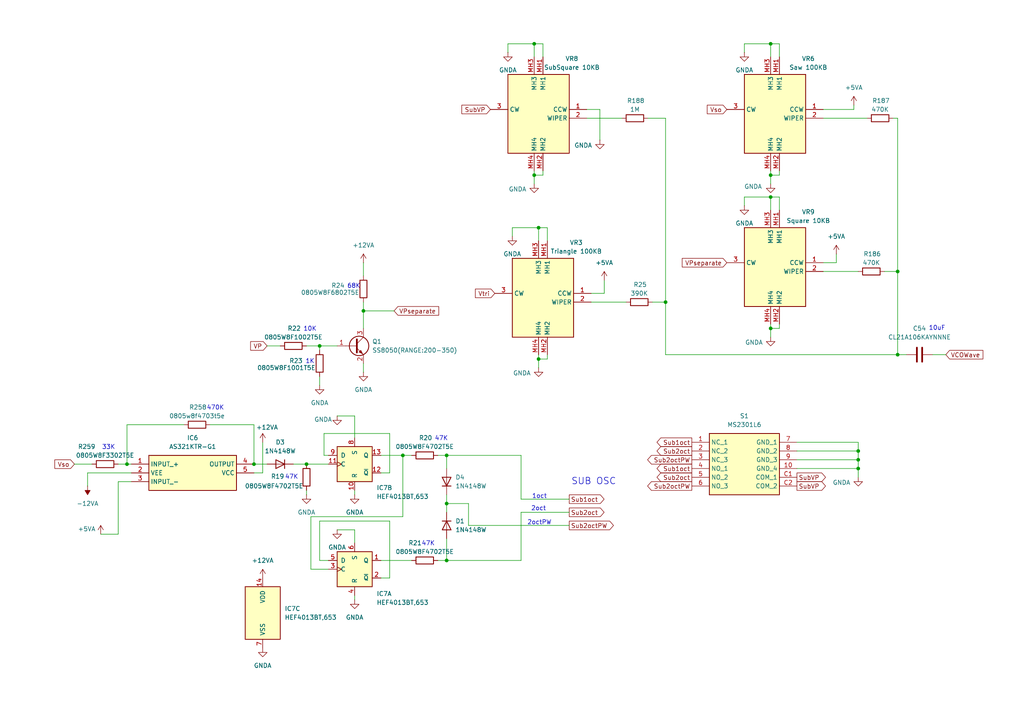
<source format=kicad_sch>
(kicad_sch (version 20250114) (generator "eeschema") (generator_version "9.0")
  (paper "A4")
  (lib_symbols
    (symbol "4xxx:4013" (pin_names (offset 1.016))
      (property "Reference" "U" (at -7.62 8.89 0))
      (property "Value" "4013" (at -7.62 -8.89 0))
      (symbol "4013_1_1"
        (rectangle (start -5.08 5.08) (end 5.08 -5.08) (stroke (width 0.254)) (fill (type background)))
        (pin input line (at -7.62 2.54 0) (length 2.54) (name "D") (number "5"))
        (pin input clock (at -7.62 0 0) (length 2.54) (name "C") (number "3"))
        (pin input line (at 0 7.62 270) (length 2.54) (name "S") (number "6"))
        (pin input line (at 0 -7.62 90) (length 2.54) (name "R") (number "4"))
        (pin output line (at 7.62 2.54 180) (length 2.54) (name "Q") (number "1"))
        (pin output line (at 7.62 -2.54 180) (length 2.54) (name "~{Q}") (number "2"))
      )
      (symbol "4013_2_1"
        (rectangle (start -5.08 5.08) (end 5.08 -5.08) (stroke (width 0.254)) (fill (type background)))
        (pin input line (at -7.62 2.54 0) (length 2.54) (name "D") (number "9"))
        (pin input clock (at -7.62 0 0) (length 2.54) (name "C") (number "11"))
        (pin input line (at 0 7.62 270) (length 2.54) (name "S") (number "8"))
        (pin input line (at 0 -7.62 90) (length 2.54) (name "R") (number "10"))
        (pin output line (at 7.62 2.54 180) (length 2.54) (name "Q") (number "13"))
        (pin output line (at 7.62 -2.54 180) (length 2.54) (name "~{Q}") (number "12"))
      )
      (symbol "4013_3_0"
        (pin power_in line (at 0 10.16 270) (length 2.54) (name "VDD") (number "14"))
        (pin power_in line (at 0 -10.16 90) (length 2.54) (name "VSS") (number "7"))
      )
      (symbol "4013_3_1"
        (rectangle (start -5.08 7.62) (end 5.08 -7.62) (stroke (width 0.254)) (fill (type background)))
      )
    )
    (symbol "Device:C" (pin_numbers (hide yes)) (pin_names (offset 0.254))
      (property "Reference" "C" (at 0.635 2.54 0))
      (property "Value" "C" (at 0.635 -2.54 0))
      (symbol "C_0_1"
        (polyline (pts (xy -2.032 0.762) (xy 2.032 0.762)) (stroke (width 0.508)))
        (polyline (pts (xy -2.032 -0.762) (xy 2.032 -0.762)) (stroke (width 0.508)))
      )
      (symbol "C_1_1"
        (pin passive line (at 0 3.81 270) (length 2.794) (name "~") (number "1"))
        (pin passive line (at 0 -3.81 90) (length 2.794) (name "~") (number "2"))
      )
    )
    (symbol "Device:R" (pin_numbers (hide yes)) (pin_names (offset 0))
      (property "Reference" "R" (at 2.032 0 90))
      (property "Value" "R" (at 0 0 90))
      (symbol "R_0_1"
        (rectangle (start -1.016 -2.54) (end 1.016 2.54) (stroke (width 0.254)))
      )
      (symbol "R_1_1"
        (pin passive line (at 0 3.81 270) (length 1.27) (name "~") (number "1"))
        (pin passive line (at 0 -3.81 90) (length 1.27) (name "~") (number "2"))
      )
    )
    (symbol "Diode:1N4148W" (pin_numbers (hide yes)) (pin_names (hide yes))
      (property "Reference" "D" (at 0 2.54 0))
      (property "Value" "1N4148W" (at 0 -2.54 0))
      (symbol "1N4148W_0_1"
        (polyline (pts (xy -1.27 1.27) (xy -1.27 -1.27)) (stroke (width 0.254)))
        (polyline (pts (xy 1.27 1.27) (xy 1.27 -1.27) (xy -1.27 0) (xy 1.27 1.27)) (stroke (width 0.254)))
        (polyline (pts (xy 1.27 0) (xy -1.27 0)))
      )
      (symbol "1N4148W_1_1"
        (pin passive line (at -3.81 0 0) (length 2.54) (name "K") (number "1"))
        (pin passive line (at 3.81 0 180) (length 2.54) (name "A") (number "2"))
      )
    )
    (symbol "SamacSys_Parts:AS321KTR-E1"
      (property "Reference" "D" (at 31.75 7.62 0))
      (property "Value" "AS321KTR-E1" (at 31.75 5.08 0))
      (symbol "AS321KTR-E1_1_1"
        (rectangle (start 5.08 2.54) (end 30.48 -7.62) (stroke (width 0.254)) (fill (type background)))
        (pin passive line (at 0 0 0) (length 5.08) (name "INPUT_+") (number "1"))
        (pin passive line (at 0 -2.54 0) (length 5.08) (name "VEE") (number "2"))
        (pin passive line (at 0 -5.08 0) (length 5.08) (name "INPUT_-") (number "3"))
        (pin passive line (at 35.56 0 180) (length 5.08) (name "OUTPUT") (number "4"))
        (pin passive line (at 35.56 -2.54 180) (length 5.08) (name "VCC") (number "5"))
      )
    )
    (symbol "SamacSys_Parts:MS2301L6"
      (property "Reference" "S" (at 26.67 7.62 0))
      (property "Value" "MS2301L6" (at 26.67 5.08 0))
      (symbol "MS2301L6_1_1"
        (rectangle (start 5.08 2.54) (end 25.4 -15.24) (stroke (width 0.254)) (fill (type background)))
        (pin passive line (at 0 0 0) (length 5.08) (name "NC_1") (number "1"))
        (pin passive line (at 0 -2.54 0) (length 5.08) (name "NC_2") (number "2"))
        (pin passive line (at 0 -5.08 0) (length 5.08) (name "NC_3") (number "3"))
        (pin passive line (at 0 -7.62 0) (length 5.08) (name "NO_1") (number "4"))
        (pin passive line (at 0 -10.16 0) (length 5.08) (name "NO_2") (number "5"))
        (pin passive line (at 0 -12.7 0) (length 5.08) (name "NO_3") (number "6"))
        (pin passive line (at 30.48 0 180) (length 5.08) (name "GND_1") (number "7"))
        (pin passive line (at 30.48 -2.54 180) (length 5.08) (name "GND_2") (number "8"))
        (pin passive line (at 30.48 -5.08 180) (length 5.08) (name "GND_3") (number "9"))
        (pin passive line (at 30.48 -7.62 180) (length 5.08) (name "GND_4") (number "10"))
        (pin passive line (at 30.48 -10.16 180) (length 5.08) (name "COM_1") (number "C1"))
        (pin passive line (at 30.48 -12.7 180) (length 5.08) (name "COM_2") (number "C2"))
      )
    )
    (symbol "SamacSys_Parts:PTA2043-2010CIB104"
      (property "Reference" "VR" (at 24.13 15.24 0))
      (property "Value" "PTA2043-2010CIB104" (at 24.13 12.7 0))
      (symbol "PTA2043-2010CIB104_1_1"
        (rectangle (start 5.08 10.16) (end 22.86 -12.7) (stroke (width 0.254)) (fill (type background)))
        (pin passive line (at 0 0 0) (length 5.08) (name "CCW") (number "1"))
        (pin passive line (at 0 -2.54 0) (length 5.08) (name "WIPER") (number "2"))
        (pin passive line (at 12.7 15.24 270) (length 5.08) (name "MH1") (number "MH1"))
        (pin passive line (at 12.7 -17.78 90) (length 5.08) (name "MH2") (number "MH2"))
        (pin passive line (at 15.24 15.24 270) (length 5.08) (name "MH3") (number "MH3"))
        (pin passive line (at 15.24 -17.78 90) (length 5.08) (name "MH4") (number "MH4"))
        (pin passive line (at 27.94 0 180) (length 5.08) (name "CW") (number "3"))
      )
    )
    (symbol "Transistor_BJT:SS8050" (pin_names (offset 0) (hide yes))
      (property "Reference" "Q" (at 5.08 1.905 0))
      (property "Value" "SS8050" (at 5.08 0 0))
      (symbol "SS8050_0_1"
        (polyline (pts (xy -2.54 0) (xy 0.635 0)))
        (polyline (pts (xy 0.635 1.905) (xy 0.635 -1.905)) (stroke (width 0.508)))
        (circle (center 1.27 0) (radius 2.8194) (stroke (width 0.254)))
      )
      (symbol "SS8050_1_1"
        (polyline (pts (xy 0.635 0.635) (xy 2.54 2.54)))
        (polyline (pts (xy 0.635 -0.635) (xy 2.54 -2.54)))
        (polyline (pts (xy 1.27 -1.778) (xy 1.778 -1.27) (xy 2.286 -2.286) (xy 1.27 -1.778)) (fill (type outline)))
        (pin input line (at -5.08 0 0) (length 2.54) (name "B") (number "1"))
        (pin passive line (at 2.54 5.08 270) (length 2.54) (name "C") (number "3"))
        (pin passive line (at 2.54 -5.08 90) (length 2.54) (name "E") (number "2"))
      )
    )
    (symbol "power:+12VA" (power) (pin_numbers (hide yes)) (pin_names (offset 0) (hide yes))
      (property "Value" "+12VA" (at 0 3.556 0))
      (symbol "+12VA_0_1"
        (polyline (pts (xy -0.762 1.27) (xy 0 2.54)))
        (polyline (pts (xy 0 2.54) (xy 0.762 1.27)))
        (polyline (pts (xy 0 0) (xy 0 2.54)))
      )
      (symbol "+12VA_1_1"
        (pin power_in line (at 0 0 90) (length 0) (name "~") (number "1"))
      )
    )
    (symbol "power:+5VA" (power) (pin_numbers (hide yes)) (pin_names (offset 0) (hide yes))
      (property "Value" "+5VA" (at 0 3.556 0))
      (symbol "+5VA_0_1"
        (polyline (pts (xy -0.762 1.27) (xy 0 2.54)))
        (polyline (pts (xy 0 2.54) (xy 0.762 1.27)))
        (polyline (pts (xy 0 0) (xy 0 2.54)))
      )
      (symbol "+5VA_1_1"
        (pin power_in line (at 0 0 90) (length 0) (name "~") (number "1"))
      )
    )
    (symbol "power:-12VA" (power) (pin_numbers (hide yes)) (pin_names (offset 0) (hide yes))
      (property "Value" "-12VA" (at 0 3.556 0))
      (symbol "-12VA_0_0"
        (pin power_in line (at 0 0 90) (length 0) (name "~") (number "1"))
      )
      (symbol "-12VA_0_1"
        (polyline (pts (xy 0 0) (xy 0 1.27) (xy 0.762 1.27) (xy 0 2.54) (xy -0.762 1.27) (xy 0 1.27)) (fill (type outline)))
      )
    )
    (symbol "power:GNDA" (power) (pin_numbers (hide yes)) (pin_names (offset 0) (hide yes))
      (property "Value" "GNDA" (at 0 -3.81 0))
      (symbol "GNDA_0_1"
        (polyline (pts (xy 0 0) (xy 0 -1.27) (xy 1.27 -1.27) (xy 0 -2.54) (xy -1.27 -1.27) (xy 0 -1.27)))
      )
      (symbol "GNDA_1_1"
        (pin power_in line (at 0 0 270) (length 0) (name "~") (number "1"))
      )
    )
  )
  (text "47K" (at 84.582 138.43 0) (effects (font (size 1.27 1.27))))
  (text "1oct" (at 156.464 144.018 0) (effects (font (size 1.27 1.27))))
  (text "47K" (at 128.016 127.254 0) (effects (font (size 1.27 1.27))))
  (text "1K" (at 89.916 104.902 0) (effects (font (size 1.27 1.27))))
  (text "33K" (at 31.496 129.794 0) (effects (font (size 1.27 1.27))))
  (text "SUB OSC" (at 172.212 139.7 0) (effects (font (size 1.905 1.905))))
  (text "10K" (at 89.916 95.504 0) (effects (font (size 1.27 1.27))))
  (text "2octPW" (at 156.464 151.638 0) (effects (font (size 1.27 1.27))))
  (text "2oct" (at 156.21 147.574 0) (effects (font (size 1.27 1.27))))
  (text "10uF" (at 271.78 95.25 0) (effects (font (size 1.27 1.27))))
  (text "47K" (at 124.206 157.734 0) (effects (font (size 1.27 1.27))))
  (text "470K" (at 62.484 118.364 0) (effects (font (size 1.27 1.27))))
  (text "68K" (at 102.616 83.058 0) (effects (font (size 1.27 1.27))))
  (junction (at 248.92 130.81))
  (junction (at 223.52 50.8))
  (junction (at 156.21 66.04))
  (junction (at 223.52 95.25))
  (junction (at 154.94 50.8))
  (junction (at 223.52 57.15))
  (junction (at 248.92 133.35))
  (junction (at 73.66 134.62))
  (junction (at 156.21 104.14))
  (junction (at 129.54 162.56))
  (junction (at 248.92 135.89))
  (junction (at 129.54 132.08))
  (junction (at 223.52 12.7))
  (junction (at 154.94 12.7))
  (junction (at 36.83 134.62))
  (junction (at 88.9 134.62))
  (junction (at 105.41 90.17))
  (junction (at 92.71 100.33))
  (junction (at 129.54 146.05))
  (junction (at 193.04 87.63))
  (junction (at 260.35 78.74))
  (junction (at 260.35 102.87))
  (junction (at 116.84 132.08))
  (wire (pts (xy 129.54 132.08) (xy 129.54 135.89)))
  (wire (pts (xy 156.21 102.87) (xy 156.21 104.14)))
  (wire (pts (xy 226.06 57.15) (xy 226.06 60.96)))
  (wire (pts (xy 223.52 93.98) (xy 223.52 95.25)))
  (wire (pts (xy 223.52 95.25) (xy 226.06 95.25)))
  (wire (pts (xy 129.54 162.56) (xy 127 162.56)))
  (wire (pts (xy 158.75 104.14) (xy 158.75 102.87)))
  (wire (pts (xy 231.14 135.89) (xy 248.92 135.89)))
  (wire (pts (xy 85.09 134.62) (xy 88.9 134.62)))
  (wire (pts (xy 223.52 50.8) (xy 223.52 53.34)))
  (wire (pts (xy 116.84 132.08) (xy 119.38 132.08)))
  (wire (pts (xy 226.06 50.8) (xy 226.06 49.53)))
  (wire (pts (xy 76.2 137.16) (xy 73.66 137.16)))
  (wire (pts (xy 158.75 66.04) (xy 158.75 69.85)))
  (wire (pts (xy 34.29 139.7) (xy 38.1 139.7)))
  (wire (pts (xy 248.92 128.27) (xy 248.92 130.81)))
  (wire (pts (xy 223.52 57.15) (xy 223.52 60.96)))
  (wire (pts (xy 102.87 172.72) (xy 102.87 173.99)))
  (wire (pts (xy 105.41 90.17) (xy 114.3 90.17)))
  (wire (pts (xy 135.89 152.4) (xy 135.89 146.05)))
  (wire (pts (xy 151.13 148.59) (xy 165.1 148.59)))
  (wire (pts (xy 173.99 31.75) (xy 173.99 40.64)))
  (wire (pts (xy 157.48 12.7) (xy 157.48 16.51)))
  (wire (pts (xy 248.92 133.35) (xy 248.92 135.89)))
  (wire (pts (xy 223.52 57.15) (xy 226.06 57.15)))
  (wire (pts (xy 175.26 85.09) (xy 175.26 81.28)))
  (wire (pts (xy 256.54 78.74) (xy 260.35 78.74)))
  (wire (pts (xy 189.23 87.63) (xy 193.04 87.63)))
  (wire (pts (xy 92.71 109.22) (xy 92.71 111.76)))
  (wire (pts (xy 156.21 104.14) (xy 156.21 106.68)))
  (wire (pts (xy 154.94 12.7) (xy 154.94 16.51)))
  (wire (pts (xy 113.03 151.13) (xy 92.71 151.13)))
  (wire (pts (xy 223.52 50.8) (xy 226.06 50.8)))
  (wire (pts (xy 92.71 162.56) (xy 95.25 162.56)))
  (wire (pts (xy 231.14 133.35) (xy 248.92 133.35)))
  (wire (pts (xy 215.9 12.7) (xy 223.52 12.7)))
  (wire (pts (xy 147.32 15.24) (xy 147.32 12.7)))
  (wire (pts (xy 154.94 12.7) (xy 157.48 12.7)))
  (wire (pts (xy 231.14 128.27) (xy 248.92 128.27)))
  (wire (pts (xy 90.17 165.1) (xy 95.25 165.1)))
  (wire (pts (xy 231.14 130.81) (xy 248.92 130.81)))
  (wire (pts (xy 151.13 144.78) (xy 165.1 144.78)))
  (wire (pts (xy 25.4 137.16) (xy 25.4 140.97)))
  (wire (pts (xy 77.47 100.33) (xy 81.28 100.33)))
  (wire (pts (xy 270.51 102.87) (xy 274.32 102.87)))
  (wire (pts (xy 116.84 132.08) (xy 116.84 149.86)))
  (wire (pts (xy 38.1 137.16) (xy 25.4 137.16)))
  (wire (pts (xy 36.83 134.62) (xy 38.1 134.62)))
  (wire (pts (xy 21.59 134.62) (xy 26.67 134.62)))
  (wire (pts (xy 73.66 123.19) (xy 73.66 134.62)))
  (wire (pts (xy 34.29 134.62) (xy 36.83 134.62)))
  (wire (pts (xy 92.71 151.13) (xy 92.71 162.56)))
  (wire (pts (xy 238.76 76.2) (xy 242.57 76.2)))
  (wire (pts (xy 260.35 78.74) (xy 260.35 102.87)))
  (wire (pts (xy 148.59 66.04) (xy 156.21 66.04)))
  (wire (pts (xy 110.49 167.64) (xy 113.03 167.64)))
  (wire (pts (xy 154.94 50.8) (xy 154.94 53.34)))
  (wire (pts (xy 88.9 100.33) (xy 92.71 100.33)))
  (wire (pts (xy 102.87 153.67) (xy 102.87 157.48)))
  (wire (pts (xy 113.03 167.64) (xy 113.03 151.13)))
  (wire (pts (xy 148.59 68.58) (xy 148.59 66.04)))
  (wire (pts (xy 102.87 120.65) (xy 102.87 127)))
  (wire (pts (xy 97.79 153.67) (xy 102.87 153.67)))
  (wire (pts (xy 242.57 76.2) (xy 242.57 73.66)))
  (wire (pts (xy 147.32 12.7) (xy 154.94 12.7)))
  (wire (pts (xy 129.54 132.08) (xy 151.13 132.08)))
  (wire (pts (xy 187.96 34.29) (xy 193.04 34.29)))
  (wire (pts (xy 238.76 34.29) (xy 251.46 34.29)))
  (wire (pts (xy 105.41 105.41) (xy 105.41 107.95)))
  (wire (pts (xy 260.35 102.87) (xy 262.89 102.87)))
  (wire (pts (xy 92.71 100.33) (xy 92.71 101.6)))
  (wire (pts (xy 193.04 102.87) (xy 260.35 102.87)))
  (wire (pts (xy 247.65 30.48) (xy 247.65 31.75)))
  (wire (pts (xy 60.96 123.19) (xy 73.66 123.19)))
  (wire (pts (xy 151.13 162.56) (xy 151.13 148.59)))
  (wire (pts (xy 110.49 162.56) (xy 119.38 162.56)))
  (wire (pts (xy 223.52 12.7) (xy 226.06 12.7)))
  (wire (pts (xy 129.54 156.21) (xy 129.54 162.56)))
  (wire (pts (xy 92.71 100.33) (xy 97.79 100.33)))
  (wire (pts (xy 88.9 142.24) (xy 88.9 143.51)))
  (wire (pts (xy 170.18 34.29) (xy 180.34 34.29)))
  (wire (pts (xy 129.54 146.05) (xy 129.54 148.59)))
  (wire (pts (xy 165.1 152.4) (xy 135.89 152.4)))
  (wire (pts (xy 129.54 162.56) (xy 151.13 162.56)))
  (wire (pts (xy 238.76 78.74) (xy 248.92 78.74)))
  (wire (pts (xy 156.21 104.14) (xy 158.75 104.14)))
  (wire (pts (xy 36.83 134.62) (xy 36.83 123.19)))
  (wire (pts (xy 248.92 135.89) (xy 248.92 138.43)))
  (wire (pts (xy 156.21 66.04) (xy 158.75 66.04)))
  (wire (pts (xy 116.84 149.86) (xy 90.17 149.86)))
  (wire (pts (xy 93.98 125.73) (xy 93.98 132.08)))
  (wire (pts (xy 97.79 120.65) (xy 102.87 120.65)))
  (wire (pts (xy 260.35 34.29) (xy 260.35 78.74)))
  (wire (pts (xy 157.48 50.8) (xy 157.48 49.53)))
  (wire (pts (xy 226.06 95.25) (xy 226.06 93.98)))
  (wire (pts (xy 156.21 66.04) (xy 156.21 69.85)))
  (wire (pts (xy 248.92 130.81) (xy 248.92 133.35)))
  (wire (pts (xy 88.9 134.62) (xy 95.25 134.62)))
  (wire (pts (xy 102.87 142.24) (xy 102.87 143.51)))
  (wire (pts (xy 171.45 87.63) (xy 181.61 87.63)))
  (wire (pts (xy 223.52 95.25) (xy 223.52 97.79)))
  (wire (pts (xy 76.2 128.27) (xy 76.2 137.16)))
  (wire (pts (xy 223.52 49.53) (xy 223.52 50.8)))
  (wire (pts (xy 105.41 76.2) (xy 105.41 80.01)))
  (wire (pts (xy 215.9 15.24) (xy 215.9 12.7)))
  (wire (pts (xy 170.18 31.75) (xy 173.99 31.75)))
  (wire (pts (xy 154.94 49.53) (xy 154.94 50.8)))
  (wire (pts (xy 135.89 146.05) (xy 129.54 146.05)))
  (wire (pts (xy 129.54 143.51) (xy 129.54 146.05)))
  (wire (pts (xy 105.41 90.17) (xy 105.41 95.25)))
  (wire (pts (xy 226.06 12.7) (xy 226.06 16.51)))
  (wire (pts (xy 110.49 137.16) (xy 113.03 137.16)))
  (wire (pts (xy 93.98 132.08) (xy 95.25 132.08)))
  (wire (pts (xy 223.52 12.7) (xy 223.52 16.51)))
  (wire (pts (xy 73.66 134.62) (xy 77.47 134.62)))
  (wire (pts (xy 127 132.08) (xy 129.54 132.08)))
  (wire (pts (xy 247.65 31.75) (xy 238.76 31.75)))
  (wire (pts (xy 193.04 34.29) (xy 193.04 87.63)))
  (wire (pts (xy 171.45 85.09) (xy 175.26 85.09)))
  (wire (pts (xy 215.9 57.15) (xy 223.52 57.15)))
  (wire (pts (xy 151.13 132.08) (xy 151.13 144.78)))
  (wire (pts (xy 154.94 50.8) (xy 157.48 50.8)))
  (wire (pts (xy 113.03 137.16) (xy 113.03 125.73)))
  (wire (pts (xy 90.17 149.86) (xy 90.17 165.1)))
  (wire (pts (xy 36.83 123.19) (xy 53.34 123.19)))
  (wire (pts (xy 29.21 154.94) (xy 34.29 154.94)))
  (wire (pts (xy 105.41 87.63) (xy 105.41 90.17)))
  (wire (pts (xy 110.49 132.08) (xy 116.84 132.08)))
  (wire (pts (xy 34.29 154.94) (xy 34.29 139.7)))
  (wire (pts (xy 259.08 34.29) (xy 260.35 34.29)))
  (wire (pts (xy 113.03 125.73) (xy 93.98 125.73)))
  (wire (pts (xy 193.04 87.63) (xy 193.04 102.87)))
  (wire (pts (xy 215.9 59.69) (xy 215.9 57.15)))
  (global_label "VPseparate" (shape input) (at 210.82 76.2 180) (property "Intersheetrefs" "${INTERSHEET_REFS}" (effects (hide yes))))
  (global_label "Sub2octPW" (shape output) (at 200.66 140.97 180) (property "Intersheetrefs" "${INTERSHEET_REFS}" (effects (hide yes))))
  (global_label "Sub2oct" (shape output) (at 165.1 148.59 0) (property "Intersheetrefs" "${INTERSHEET_REFS}" (effects (hide yes))))
  (global_label "VCOWave" (shape input) (at 274.32 102.87 0) (property "Intersheetrefs" "${INTERSHEET_REFS}" (effects (hide yes))))
  (global_label "SubVP" (shape output) (at 231.14 138.43 0) (property "Intersheetrefs" "${INTERSHEET_REFS}" (effects (hide yes))))
  (global_label "VPseparate" (shape input) (at 114.3 90.17 0) (property "Intersheetrefs" "${INTERSHEET_REFS}" (effects (hide yes))))
  (global_label "Sub1oct" (shape output) (at 165.1 144.78 0) (property "Intersheetrefs" "${INTERSHEET_REFS}" (effects (hide yes))))
  (global_label "Sub2oct" (shape output) (at 200.66 138.43 180) (property "Intersheetrefs" "${INTERSHEET_REFS}" (effects (hide yes))))
  (global_label "VP" (shape input) (at 77.47 100.33 180) (property "Intersheetrefs" "${INTERSHEET_REFS}" (effects (hide yes))))
  (global_label "SubVP" (shape output) (at 231.14 140.97 0) (property "Intersheetrefs" "${INTERSHEET_REFS}" (effects (hide yes))))
  (global_label "Vso" (shape input) (at 21.59 134.62 180) (property "Intersheetrefs" "${INTERSHEET_REFS}" (effects (hide yes))))
  (global_label "Sub2octPW" (shape output) (at 200.66 133.35 180) (property "Intersheetrefs" "${INTERSHEET_REFS}" (effects (hide yes))))
  (global_label "Sub1oct" (shape output) (at 200.66 135.89 180) (property "Intersheetrefs" "${INTERSHEET_REFS}" (effects (hide yes))))
  (global_label "Sub2octPW" (shape output) (at 165.1 152.4 0) (property "Intersheetrefs" "${INTERSHEET_REFS}" (effects (hide yes))))
  (global_label "Sub2oct" (shape output) (at 200.66 130.81 180) (property "Intersheetrefs" "${INTERSHEET_REFS}" (effects (hide yes))))
  (global_label "Sub1oct" (shape output) (at 200.66 128.27 180) (property "Intersheetrefs" "${INTERSHEET_REFS}" (effects (hide yes))))
  (global_label "SubVP" (shape input) (at 142.24 31.75 180) (property "Intersheetrefs" "${INTERSHEET_REFS}" (effects (hide yes))))
  (global_label "Vtri" (shape input) (at 143.51 85.09 180) (property "Intersheetrefs" "${INTERSHEET_REFS}" (effects (hide yes))))
  (global_label "Vso" (shape input) (at 210.82 31.75 180) (property "Intersheetrefs" "${INTERSHEET_REFS}" (effects (hide yes))))
  (symbol (lib_id "Diode:1N4148W") (at 129.54 152.4 270) (unit 1)
    (property "Reference" "D1" (at 132.08 151.1299 90) (effects (justify left)))
    (property "Value" "1N4148W" (at 132.08 153.6699 90) (effects (justify left)))
    (property "Footprint" "Diode_SMD:D_SOD-123" (effects (hide yes)))
    (property "Datasheet" "https://www.vishay.com/docs/85748/1n4148w.pdf" (effects (hide yes)))
    (property "Description" "75V 0.15A Fast Switching Diode, SOD-123" (effects (hide yes)))
    (property "Sim.Device" "D" (effects (hide yes)))
    (property "Sim.Pins" "1=K 2=A" (effects (hide yes)))
  )
  (symbol (lib_id "power:+5VA") (at 175.26 81.28 0) (unit 1)
    (property "Reference" "#PWR04" (effects (hide yes)))
    (property "Value" "+5VA" (at 175.26 76.2 0))
    (property "Description" "Power symbol creates a global label with name \"+5VA\"" (effects (hide yes)))
  )
  (symbol (lib_id "power:GNDA") (at 156.21 106.68 0) (unit 1)
    (property "Reference" "#PWR02" (effects (hide yes)))
    (property "Value" "GNDA" (at 151.384 108.204 0))
    (property "Description" "Power symbol creates a global label with name \"GNDA\" , analog ground" (effects (hide yes)))
  )
  (symbol (lib_id "SamacSys_Parts:PTA2043-2010CIB104") (at 238.76 76.2 0) (mirror y) (unit 1)
    (property "Reference" "VR9" (at 234.442 61.468 0))
    (property "Value" "Square 10KB" (at 234.442 64.008 0))
    (property "Footprint" "SamacSys_parts:PTA20432010CIB104" (effects (hide yes)))
    (property "Datasheet" "https://www.bourns.com/docs/Product-Datasheets/pta.pdf" (effects (hide yes)))
    (property "Description" "100 kOhms 0.1W, 1/10W Through Hole Slide Potentiometer Top Adjustment Type" (effects (hide yes)))
    (property "Height" "26.5" (effects (hide yes)))
    (property "Manufacturer_Name" "Bourns" (effects (hide yes)))
    (property "Manufacturer_Part_Number" "PTA2043-2010CIB104" (effects (hide yes)))
    (property "Mouser Part Number" "652-PTA2432010CIB104" (effects (hide yes)))
    (property "Mouser Price/Stock" "https://www.mouser.co.uk/ProductDetail/Bourns/PTA2043-2010CIB104?qs=QARuOjD9jaHYsv9Jo8DrWA%3D%3D" (effects (hide yes)))
    (property "Arrow Part Number" "PTA2043-2010CIB104" (effects (hide yes)))
    (property "Arrow Price/Stock" "https://www.arrow.com/en/products/pta2043-2010cib104/bourns?utm_currency=USD&region=nac" (effects (hide yes)))
  )
  (symbol (lib_id "Device:R") (at 123.19 162.56 90) (unit 1)
    (property "Reference" "R21" (at 120.396 157.48 90))
    (property "Value" "0805W8F4702T5E" (at 123.19 160.02 90))
    (property "Footprint" "Resistor_SMD:R_0805_2012Metric_Pad1.20x1.40mm_HandSolder" (effects (hide yes)))
    (property "Description" "Resistor" (effects (hide yes)))
  )
  (symbol (lib_id "power:+5VA") (at 242.57 73.66 0) (unit 1)
    (property "Reference" "#PWR091" (effects (hide yes)))
    (property "Value" "+5VA" (at 242.57 68.58 0))
    (property "Description" "Power symbol creates a global label with name \"+5VA\"" (effects (hide yes)))
  )
  (symbol (lib_id "power:+12VA") (at 76.2 128.27 0) (unit 1)
    (property "Reference" "#PWR077" (effects (hide yes)))
    (property "Value" "+12VA" (at 77.47 123.952 0))
    (property "Description" "Power symbol creates a global label with name \"+12VA\"" (effects (hide yes)))
  )
  (symbol (lib_id "power:GNDA") (at 97.79 120.65 0) (unit 1)
    (property "Reference" "#PWR086" (effects (hide yes)))
    (property "Value" "GNDA" (at 93.726 121.666 0))
    (property "Description" "Power symbol creates a global label with name \"GNDA\" , analog ground" (effects (hide yes)))
  )
  (symbol (lib_id "Device:R") (at 92.71 105.41 180) (unit 1)
    (property "Reference" "R23" (at 85.852 104.648 0))
    (property "Value" "0805W8F1001T5E" (at 83.058 106.68 0))
    (property "Footprint" "Resistor_SMD:R_0805_2012Metric_Pad1.20x1.40mm_HandSolder" (effects (hide yes)))
    (property "Description" "Resistor" (effects (hide yes)))
  )
  (symbol (lib_id "power:GNDA") (at 105.41 107.95 0) (unit 1)
    (property "Reference" "#PWR095" (effects (hide yes)))
    (property "Value" "GNDA" (at 105.41 113.03 0))
    (property "Description" "Power symbol creates a global label with name \"GNDA\" , analog ground" (effects (hide yes)))
  )
  (symbol (lib_id "power:+12VA") (at 76.2 167.64 0) (unit 1)
    (property "Reference" "#PWR078" (effects (hide yes)))
    (property "Value" "+12VA" (at 76.2 162.56 0))
    (property "Description" "Power symbol creates a global label with name \"+12VA\"" (effects (hide yes)))
  )
  (symbol (lib_id "power:GNDA") (at 223.52 97.79 0) (unit 1)
    (property "Reference" "#PWR083" (effects (hide yes)))
    (property "Value" "GNDA" (at 218.694 99.314 0))
    (property "Description" "Power symbol creates a global label with name \"GNDA\" , analog ground" (effects (hide yes)))
  )
  (symbol (lib_id "power:GNDA") (at 92.71 111.76 0) (unit 1)
    (property "Reference" "#PWR093" (effects (hide yes)))
    (property "Value" "GNDA" (at 92.71 116.84 0))
    (property "Description" "Power symbol creates a global label with name \"GNDA\" , analog ground" (effects (hide yes)))
  )
  (symbol (lib_id "power:GNDA") (at 148.59 68.58 0) (unit 1)
    (property "Reference" "#PWR01" (effects (hide yes)))
    (property "Value" "GNDA" (at 148.59 73.66 0))
    (property "Description" "Power symbol creates a global label with name \"GNDA\" , analog ground" (effects (hide yes)))
  )
  (symbol (lib_id "Device:R") (at 123.19 132.08 90) (unit 1)
    (property "Reference" "R20" (at 123.444 127 90))
    (property "Value" "0805W8F4702T5E" (at 123.19 129.54 90))
    (property "Footprint" "Resistor_SMD:R_0805_2012Metric_Pad1.20x1.40mm_HandSolder" (effects (hide yes)))
    (property "Description" "Resistor" (effects (hide yes)))
  )
  (symbol (lib_id "4xxx:4013") (at 102.87 165.1 0) (unit 1)
    (property "Reference" "IC7" (at 109.22 172.212 0) (effects (justify left)))
    (property "Value" "HEF4013BT,653" (at 109.22 174.752 0) (effects (justify left)))
    (property "Footprint" "Package_SO:SOIC-14_3.9x8.7mm_P1.27mm" (effects (hide yes)))
    (property "Datasheet" "http://www.onsemi.com/pub/Collateral/MC14013B-D.PDF" (effects (hide yes)))
    (property "Description" "Dual D  FlipFlop, Set & reset" (effects (hide yes)))
  )
  (symbol (lib_id "Device:R") (at 185.42 87.63 90) (unit 1)
    (property "Reference" "R25" (at 185.674 82.55 90))
    (property "Value" "390K" (at 185.42 85.09 90))
    (property "Footprint" "Resistor_THT:R_Axial_DIN0207_L6.3mm_D2.5mm_P7.62mm_Horizontal" (effects (hide yes)))
    (property "Description" "Resistor" (effects (hide yes)))
  )
  (symbol (lib_id "power:-12VA") (at 25.4 140.97 180) (unit 1)
    (property "Reference" "#PWR072" (effects (hide yes)))
    (property "Value" "-12VA" (at 25.4 146.05 0))
    (property "Description" "Power symbol creates a global label with name \"-12VA\"" (effects (hide yes)))
  )
  (symbol (lib_id "4xxx:4013") (at 102.87 134.62 0) (unit 2)
    (property "Reference" "IC7" (at 109.22 141.478 0) (effects (justify left)))
    (property "Value" "HEF4013BT,653" (at 109.22 144.018 0) (effects (justify left)))
    (property "Footprint" "Package_SO:SOIC-14_3.9x8.7mm_P1.27mm" (effects (hide yes)))
    (property "Datasheet" "http://www.onsemi.com/pub/Collateral/MC14013B-D.PDF" (effects (hide yes)))
    (property "Description" "Dual D  FlipFlop, Set & reset" (effects (hide yes)))
  )
  (symbol (lib_id "power:GNDA") (at 215.9 59.69 0) (unit 1)
    (property "Reference" "#PWR081" (effects (hide yes)))
    (property "Value" "GNDA" (at 215.9 64.77 0))
    (property "Description" "Power symbol creates a global label with name \"GNDA\" , analog ground" (effects (hide yes)))
  )
  (symbol (lib_id "Diode:1N4148W") (at 81.28 134.62 180) (unit 1)
    (property "Reference" "D3" (at 81.28 128.27 0))
    (property "Value" "1N4148W" (at 81.28 130.81 0))
    (property "Footprint" "Diode_SMD:D_SOD-123" (effects (hide yes)))
    (property "Datasheet" "https://www.vishay.com/docs/85748/1n4148w.pdf" (effects (hide yes)))
    (property "Description" "75V 0.15A Fast Switching Diode, SOD-123" (effects (hide yes)))
    (property "Sim.Device" "D" (effects (hide yes)))
    (property "Sim.Pins" "1=K 2=A" (effects (hide yes)))
  )
  (symbol (lib_id "Device:R") (at 184.15 34.29 90) (unit 1)
    (property "Reference" "R188" (at 184.404 29.21 90))
    (property "Value" "1M" (at 184.15 31.75 90))
    (property "Footprint" "Resistor_THT:R_Axial_DIN0207_L6.3mm_D2.5mm_P7.62mm_Horizontal" (effects (hide yes)))
    (property "Description" "Resistor" (effects (hide yes)))
  )
  (symbol (lib_id "Device:R") (at 255.27 34.29 90) (unit 1)
    (property "Reference" "R187" (at 255.524 29.21 90))
    (property "Value" "470K" (at 255.27 31.75 90))
    (property "Footprint" "Resistor_THT:R_Axial_DIN0207_L6.3mm_D2.5mm_P7.62mm_Horizontal" (effects (hide yes)))
    (property "Description" "Resistor" (effects (hide yes)))
  )
  (symbol (lib_id "Diode:1N4148W") (at 129.54 139.7 90) (unit 1)
    (property "Reference" "D4" (at 132.08 138.4299 90) (effects (justify right)))
    (property "Value" "1N4148W" (at 132.08 140.9699 90) (effects (justify right)))
    (property "Footprint" "Diode_SMD:D_SOD-123" (effects (hide yes)))
    (property "Datasheet" "https://www.vishay.com/docs/85748/1n4148w.pdf" (effects (hide yes)))
    (property "Description" "75V 0.15A Fast Switching Diode, SOD-123" (effects (hide yes)))
    (property "Sim.Device" "D" (effects (hide yes)))
    (property "Sim.Pins" "1=K 2=A" (effects (hide yes)))
  )
  (symbol (lib_id "Device:R") (at 252.73 78.74 90) (unit 1)
    (property "Reference" "R186" (at 252.984 73.66 90))
    (property "Value" "470K" (at 252.73 76.2 90))
    (property "Footprint" "Resistor_THT:R_Axial_DIN0207_L6.3mm_D2.5mm_P7.62mm_Horizontal" (effects (hide yes)))
    (property "Description" "Resistor" (effects (hide yes)))
  )
  (symbol (lib_id "SamacSys_Parts:PTA2043-2010CIB104") (at 170.18 31.75 0) (mirror y) (unit 1)
    (property "Reference" "VR8" (at 165.862 17.018 0))
    (property "Value" "SubSquare 10KB" (at 165.862 19.558 0))
    (property "Footprint" "SamacSys_parts:PTA20432010CIB104" (effects (hide yes)))
    (property "Datasheet" "https://www.bourns.com/docs/Product-Datasheets/pta.pdf" (effects (hide yes)))
    (property "Description" "100 kOhms 0.1W, 1/10W Through Hole Slide Potentiometer Top Adjustment Type" (effects (hide yes)))
    (property "Height" "26.5" (effects (hide yes)))
    (property "Manufacturer_Name" "Bourns" (effects (hide yes)))
    (property "Manufacturer_Part_Number" "PTA2043-2010CIB104" (effects (hide yes)))
    (property "Mouser Part Number" "652-PTA2432010CIB104" (effects (hide yes)))
    (property "Mouser Price/Stock" "https://www.mouser.co.uk/ProductDetail/Bourns/PTA2043-2010CIB104?qs=QARuOjD9jaHYsv9Jo8DrWA%3D%3D" (effects (hide yes)))
    (property "Arrow Part Number" "PTA2043-2010CIB104" (effects (hide yes)))
    (property "Arrow Price/Stock" "https://www.arrow.com/en/products/pta2043-2010cib104/bourns?utm_currency=USD&region=nac" (effects (hide yes)))
  )
  (symbol (lib_id "power:+5VA") (at 29.21 154.94 0) (unit 1)
    (property "Reference" "#PWR073" (effects (hide yes)))
    (property "Value" "+5VA" (at 25.146 153.416 0))
    (property "Description" "Power symbol creates a global label with name \"+5VA\"" (effects (hide yes)))
  )
  (symbol (lib_id "SamacSys_Parts:PTA2043-2010CIB104") (at 238.76 31.75 0) (mirror y) (unit 1)
    (property "Reference" "VR6" (at 234.442 17.018 0))
    (property "Value" "Saw 100KB" (at 234.442 19.558 0))
    (property "Footprint" "SamacSys_parts:PTA20432010CIB104" (effects (hide yes)))
    (property "Datasheet" "https://www.bourns.com/docs/Product-Datasheets/pta.pdf" (effects (hide yes)))
    (property "Description" "100 kOhms 0.1W, 1/10W Through Hole Slide Potentiometer Top Adjustment Type" (effects (hide yes)))
    (property "Height" "26.5" (effects (hide yes)))
    (property "Manufacturer_Name" "Bourns" (effects (hide yes)))
    (property "Manufacturer_Part_Number" "PTA2043-2010CIB104" (effects (hide yes)))
    (property "Mouser Part Number" "652-PTA2432010CIB104" (effects (hide yes)))
    (property "Mouser Price/Stock" "https://www.mouser.co.uk/ProductDetail/Bourns/PTA2043-2010CIB104?qs=QARuOjD9jaHYsv9Jo8DrWA%3D%3D" (effects (hide yes)))
    (property "Arrow Part Number" "PTA2043-2010CIB104" (effects (hide yes)))
    (property "Arrow Price/Stock" "https://www.arrow.com/en/products/pta2043-2010cib104/bourns?utm_currency=USD&region=nac" (effects (hide yes)))
  )
  (symbol (lib_id "Transistor_BJT:SS8050") (at 102.87 100.33 0) (unit 1)
    (property "Reference" "Q1" (at 107.95 99.0599 0) (effects (justify left)))
    (property "Value" "SS8050(RANGE:200-350)" (at 107.95 101.5999 0) (effects (justify left)))
    (property "Footprint" "SamacSys_parts:SOT95P240X115-3N" (effects (hide yes)))
    (property "Datasheet" "http://www.secosgmbh.com/datasheet/products/SSMPTransistor/SOT-23/SS8050.pdf" (effects (hide yes)))
    (property "Description" "General Purpose NPN Transistor, 1.5A Ic, 25V Vce, SOT-23" (effects (hide yes)))
  )
  (symbol (lib_id "Device:R") (at 85.09 100.33 90) (unit 1)
    (property "Reference" "R22" (at 85.344 95.25 90))
    (property "Value" "0805W8F1002T5E" (at 85.09 97.79 90))
    (property "Footprint" "Resistor_SMD:R_0805_2012Metric_Pad1.20x1.40mm_HandSolder" (effects (hide yes)))
    (property "Description" "Resistor" (effects (hide yes)))
  )
  (symbol (lib_id "power:GNDA") (at 147.32 15.24 0) (unit 1)
    (property "Reference" "#PWR092" (effects (hide yes)))
    (property "Value" "GNDA" (at 147.32 20.32 0))
    (property "Description" "Power symbol creates a global label with name \"GNDA\" , analog ground" (effects (hide yes)))
  )
  (symbol (lib_id "power:GNDA") (at 76.2 187.96 0) (unit 1)
    (property "Reference" "#PWR079" (effects (hide yes)))
    (property "Value" "GNDA" (at 76.2 193.04 0))
    (property "Description" "Power symbol creates a global label with name \"GNDA\" , analog ground" (effects (hide yes)))
  )
  (symbol (lib_id "Device:C") (at 266.7 102.87 90) (unit 1)
    (property "Reference" "C54" (at 266.7 95.25 90))
    (property "Value" "CL21A106KAYNNNE" (at 266.7 97.79 90))
    (property "Footprint" "Capacitor_SMD:C_0805_2012Metric_Pad1.18x1.45mm_HandSolder" (effects (hide yes)))
    (property "Description" "Unpolarized capacitor" (effects (hide yes)))
  )
  (symbol (lib_id "power:GNDA") (at 154.94 53.34 0) (unit 1)
    (property "Reference" "#PWR096" (effects (hide yes)))
    (property "Value" "GNDA" (at 150.114 54.864 0))
    (property "Description" "Power symbol creates a global label with name \"GNDA\" , analog ground" (effects (hide yes)))
  )
  (symbol (lib_id "Device:R") (at 88.9 138.43 180) (unit 1)
    (property "Reference" "R19" (at 80.518 138.176 0))
    (property "Value" "0805W8F4702T5E" (at 79.502 140.97 0))
    (property "Footprint" "Resistor_SMD:R_0805_2012Metric_Pad1.20x1.40mm_HandSolder" (effects (hide yes)))
    (property "Description" "Resistor" (effects (hide yes)))
  )
  (symbol (lib_id "power:GNDA") (at 102.87 173.99 0) (unit 1)
    (property "Reference" "#PWR089" (effects (hide yes)))
    (property "Value" "GNDA" (at 102.87 179.07 0))
    (property "Description" "Power symbol creates a global label with name \"GNDA\" , analog ground" (effects (hide yes)))
  )
  (symbol (lib_id "SamacSys_Parts:MS2301L6") (at 200.66 128.27 0) (unit 1)
    (property "Reference" "S1" (at 215.9 120.65 0))
    (property "Value" "MS2301L6" (at 215.9 123.19 0))
    (property "Footprint" "SamacSys_parts:MS2301L6" (effects (hide yes)))
    (property "Datasheet" "https://www.citrelay.com/Catalog%20Pages/SwitchCatalog/MS2301.pdf" (effects (hide yes)))
    (property "Description" "SLIDE SWITCH DP3T 200MA 30VDC" (effects (hide yes)))
    (property "Height" "14.1" (effects (hide yes)))
    (property "Manufacturer_Name" "CIT Relay & Switch" (effects (hide yes)))
    (property "Manufacturer_Part_Number" "MS2301L6" (effects (hide yes)))
  )
  (symbol (lib_id "Device:R") (at 57.15 123.19 90) (unit 1)
    (property "Reference" "R258" (at 57.404 118.11 90))
    (property "Value" "0805w8f4703t5e" (at 57.15 120.65 90))
    (property "Footprint" "Resistor_SMD:R_0805_2012Metric_Pad1.20x1.40mm_HandSolder" (effects (hide yes)))
    (property "Description" "Resistor" (effects (hide yes)))
  )
  (symbol (lib_id "power:GNDA") (at 223.52 53.34 0) (unit 1)
    (property "Reference" "#PWR080" (effects (hide yes)))
    (property "Value" "GNDA" (at 218.44 54.102 0))
    (property "Description" "Power symbol creates a global label with name \"GNDA\" , analog ground" (effects (hide yes)))
  )
  (symbol (lib_id "power:GNDA") (at 215.9 15.24 0) (unit 1)
    (property "Reference" "#PWR076" (effects (hide yes)))
    (property "Value" "GNDA" (at 215.9 20.32 0))
    (property "Description" "Power symbol creates a global label with name \"GNDA\" , analog ground" (effects (hide yes)))
  )
  (symbol (lib_id "power:+5VA") (at 247.65 30.48 0) (unit 1)
    (property "Reference" "#PWR066" (effects (hide yes)))
    (property "Value" "+5VA" (at 247.65 25.4 0))
    (property "Description" "Power symbol creates a global label with name \"+5VA\"" (effects (hide yes)))
  )
  (symbol (lib_id "Device:R") (at 105.41 83.82 180) (unit 1)
    (property "Reference" "R24" (at 98.044 82.804 0))
    (property "Value" "0805W8F6802T5E" (at 95.758 84.836 0))
    (property "Footprint" "Resistor_SMD:R_0805_2012Metric_Pad1.20x1.40mm_HandSolder" (effects (hide yes)))
    (property "Description" "Resistor" (effects (hide yes)))
  )
  (symbol (lib_id "power:GNDA") (at 102.87 143.51 0) (unit 1)
    (property "Reference" "#PWR088" (effects (hide yes)))
    (property "Value" "GNDA" (at 102.87 148.59 0))
    (property "Description" "Power symbol creates a global label with name \"GNDA\" , analog ground" (effects (hide yes)))
  )
  (symbol (lib_id "power:GNDA") (at 173.99 40.64 0) (unit 1)
    (property "Reference" "#PWR0101" (effects (hide yes)))
    (property "Value" "GNDA" (at 169.164 42.164 0))
    (property "Description" "Power symbol creates a global label with name \"GNDA\" , analog ground" (effects (hide yes)))
  )
  (symbol (lib_id "Device:R") (at 30.48 134.62 90) (unit 1)
    (property "Reference" "R259" (at 25.146 129.54 90))
    (property "Value" "0805W8F3302T5E" (at 30.48 132.08 90))
    (property "Footprint" "Resistor_SMD:R_0805_2012Metric_Pad1.20x1.40mm_HandSolder" (effects (hide yes)))
    (property "Description" "Resistor" (effects (hide yes)))
  )
  (symbol (lib_id "SamacSys_Parts:PTA2043-2010CIB104") (at 171.45 85.09 0) (mirror y) (unit 1)
    (property "Reference" "VR3" (at 167.132 70.358 0))
    (property "Value" "Triangle 100KB" (at 167.132 72.898 0))
    (property "Footprint" "SamacSys_parts:PTA20432010CIB104" (effects (hide yes)))
    (property "Datasheet" "https://www.bourns.com/docs/Product-Datasheets/pta.pdf" (effects (hide yes)))
    (property "Description" "100 kOhms 0.1W, 1/10W Through Hole Slide Potentiometer Top Adjustment Type" (effects (hide yes)))
    (property "Height" "26.5" (effects (hide yes)))
    (property "Manufacturer_Name" "Bourns" (effects (hide yes)))
    (property "Manufacturer_Part_Number" "PTA2043-2010CIB104" (effects (hide yes)))
    (property "Mouser Part Number" "652-PTA2432010CIB104" (effects (hide yes)))
    (property "Mouser Price/Stock" "https://www.mouser.co.uk/ProductDetail/Bourns/PTA2043-2010CIB104?qs=QARuOjD9jaHYsv9Jo8DrWA%3D%3D" (effects (hide yes)))
    (property "Arrow Part Number" "PTA2043-2010CIB104" (effects (hide yes)))
    (property "Arrow Price/Stock" "https://www.arrow.com/en/products/pta2043-2010cib104/bourns?utm_currency=USD&region=nac" (effects (hide yes)))
  )
  (symbol (lib_id "power:GNDA") (at 97.79 153.67 0) (unit 1)
    (property "Reference" "#PWR087" (effects (hide yes)))
    (property "Value" "GNDA" (at 97.79 158.75 0))
    (property "Description" "Power symbol creates a global label with name \"GNDA\" , analog ground" (effects (hide yes)))
  )
  (symbol (lib_id "power:GNDA") (at 88.9 143.51 0) (unit 1)
    (property "Reference" "#PWR084" (effects (hide yes)))
    (property "Value" "GNDA" (at 88.9 148.59 0))
    (property "Description" "Power symbol creates a global label with name \"GNDA\" , analog ground" (effects (hide yes)))
  )
  (symbol (lib_id "SamacSys_Parts:AS321KTR-E1") (at 38.1 134.62 0) (unit 1)
    (property "Reference" "IC6" (at 55.88 127 0))
    (property "Value" "AS321KTR-G1" (at 55.88 129.54 0))
    (property "Footprint" "SamacSys_parts:SOT95P282X145-5N" (effects (hide yes)))
    (property "Datasheet" "https://www.diodes.com//assets/Datasheets/AS321.pdf" (effects (hide yes)))
    (property "Description" "Excellent Phase Margin: 60 deg.  Large Voltage Gain: 100dB (Typical)  Low Input Bias Current: 20nA (Typical)  Low Input Offset Voltage: 2mV (Typical)  Low Supply Current: 0.35mA at VCC = 5V  Wide Power Supply Voltage:  Single Supply: 3V to 36V  Dual Supplies: +/-1.5V to +/-18V  Wide Input Common Mode Voltage Range: 0V to VCC-1.5V  Lead-Free Packages: SOT25  Totally Lead-Free; RoHS Compliant (Notes 1 & 2)  Lead-Free Packages, Available in Green Molding Compound: SOT25  Totally Lead-F" (effects (hide yes)))
    (property "Height" "1.45" (effects (hide yes)))
    (property "Manufacturer_Name" "Diodes Incorporated" (effects (hide yes)))
    (property "Manufacturer_Part_Number" "AS321KTR-E1" (effects (hide yes)))
    (property "Mouser Part Number" "621-AS321KTR-E1" (effects (hide yes)))
    (property "Mouser Price/Stock" "https://www.mouser.co.uk/ProductDetail/Diodes-Incorporated/AS321KTR-E1?qs=5V6w%252Be2aIqbJH6DETpx4Lw%3D%3D" (effects (hide yes)))
    (property "Arrow Part Number" "AS321KTR-E1" (effects (hide yes)))
    (property "Arrow Price/Stock" "https://www.arrow.com/en/products/as321ktr-e1/diodes-incorporated?region=nac" (effects (hide yes)))
  )
  (symbol (lib_id "4xxx:4013") (at 76.2 177.8 0) (unit 3)
    (property "Reference" "IC7" (at 82.55 176.5299 0) (effects (justify left)))
    (property "Value" "HEF4013BT,653" (at 82.55 179.0699 0) (effects (justify left)))
    (property "Footprint" "Package_SO:SOIC-14_3.9x8.7mm_P1.27mm" (effects (hide yes)))
    (property "Datasheet" "http://www.onsemi.com/pub/Collateral/MC14013B-D.PDF" (effects (hide yes)))
    (property "Description" "Dual D  FlipFlop, Set & reset" (effects (hide yes)))
  )
  (symbol (lib_id "power:+12VA") (at 105.41 76.2 0) (unit 1)
    (property "Reference" "#PWR094" (effects (hide yes)))
    (property "Value" "+12VA" (at 105.41 71.12 0))
    (property "Description" "Power symbol creates a global label with name \"+12VA\"" (effects (hide yes)))
  )
  (symbol (lib_id "power:GNDA") (at 248.92 138.43 0) (unit 1)
    (property "Reference" "#PWR026" (effects (hide yes)))
    (property "Value" "GNDA" (at 244.094 139.954 0))
    (property "Description" "Power symbol creates a global label with name \"GNDA\" , analog ground" (effects (hide yes)))
  )
)
</source>
